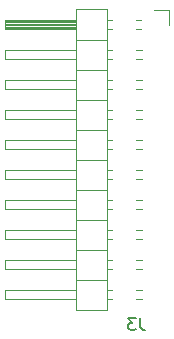
<source format=gbr>
%TF.GenerationSoftware,KiCad,Pcbnew,9.0.1*%
%TF.CreationDate,2025-04-18T18:57:09+02:00*%
%TF.ProjectId,hexapod2_cli,68657861-706f-4643-925f-636c692e6b69,rev?*%
%TF.SameCoordinates,Original*%
%TF.FileFunction,Legend,Bot*%
%TF.FilePolarity,Positive*%
%FSLAX46Y46*%
G04 Gerber Fmt 4.6, Leading zero omitted, Abs format (unit mm)*
G04 Created by KiCad (PCBNEW 9.0.1) date 2025-04-18 18:57:09*
%MOMM*%
%LPD*%
G01*
G04 APERTURE LIST*
%ADD10C,0.150000*%
%ADD11C,0.120000*%
G04 APERTURE END LIST*
D10*
X97107333Y-111976819D02*
X97107333Y-112691104D01*
X97107333Y-112691104D02*
X97154952Y-112833961D01*
X97154952Y-112833961D02*
X97250190Y-112929200D01*
X97250190Y-112929200D02*
X97393047Y-112976819D01*
X97393047Y-112976819D02*
X97488285Y-112976819D01*
X96726380Y-111976819D02*
X96107333Y-111976819D01*
X96107333Y-111976819D02*
X96440666Y-112357771D01*
X96440666Y-112357771D02*
X96297809Y-112357771D01*
X96297809Y-112357771D02*
X96202571Y-112405390D01*
X96202571Y-112405390D02*
X96154952Y-112453009D01*
X96154952Y-112453009D02*
X96107333Y-112548247D01*
X96107333Y-112548247D02*
X96107333Y-112786342D01*
X96107333Y-112786342D02*
X96154952Y-112881580D01*
X96154952Y-112881580D02*
X96202571Y-112929200D01*
X96202571Y-112929200D02*
X96297809Y-112976819D01*
X96297809Y-112976819D02*
X96583523Y-112976819D01*
X96583523Y-112976819D02*
X96678761Y-112929200D01*
X96678761Y-112929200D02*
X96726380Y-112881580D01*
D11*
%TO.C,J3*%
X85658000Y-86742000D02*
X85658000Y-87502000D01*
X85658000Y-87502000D02*
X91658000Y-87502000D01*
X85658000Y-89282000D02*
X85658000Y-90042000D01*
X85658000Y-90042000D02*
X91658000Y-90042000D01*
X85658000Y-91822000D02*
X85658000Y-92582000D01*
X85658000Y-92582000D02*
X91658000Y-92582000D01*
X85658000Y-94362000D02*
X85658000Y-95122000D01*
X85658000Y-95122000D02*
X91658000Y-95122000D01*
X85658000Y-96902000D02*
X85658000Y-97662000D01*
X85658000Y-97662000D02*
X91658000Y-97662000D01*
X85658000Y-99442000D02*
X85658000Y-100202000D01*
X85658000Y-100202000D02*
X91658000Y-100202000D01*
X85658000Y-101982000D02*
X85658000Y-102742000D01*
X85658000Y-102742000D02*
X91658000Y-102742000D01*
X85658000Y-104522000D02*
X85658000Y-105282000D01*
X85658000Y-105282000D02*
X91658000Y-105282000D01*
X85658000Y-107062000D02*
X85658000Y-107822000D01*
X85658000Y-107822000D02*
X91658000Y-107822000D01*
X85658000Y-109602000D02*
X85658000Y-110362000D01*
X85658000Y-110362000D02*
X91658000Y-110362000D01*
X91658000Y-85792000D02*
X94318000Y-85792000D01*
X91658000Y-86742000D02*
X85658000Y-86742000D01*
X91658000Y-86802000D02*
X85658000Y-86802000D01*
X91658000Y-86922000D02*
X85658000Y-86922000D01*
X91658000Y-87042000D02*
X85658000Y-87042000D01*
X91658000Y-87162000D02*
X85658000Y-87162000D01*
X91658000Y-87282000D02*
X85658000Y-87282000D01*
X91658000Y-87402000D02*
X85658000Y-87402000D01*
X91658000Y-89282000D02*
X85658000Y-89282000D01*
X91658000Y-91822000D02*
X85658000Y-91822000D01*
X91658000Y-94362000D02*
X85658000Y-94362000D01*
X91658000Y-96902000D02*
X85658000Y-96902000D01*
X91658000Y-99442000D02*
X85658000Y-99442000D01*
X91658000Y-101982000D02*
X85658000Y-101982000D01*
X91658000Y-104522000D02*
X85658000Y-104522000D01*
X91658000Y-107062000D02*
X85658000Y-107062000D01*
X91658000Y-109602000D02*
X85658000Y-109602000D01*
X91658000Y-111312000D02*
X91658000Y-85792000D01*
X94318000Y-85792000D02*
X94318000Y-111312000D01*
X94318000Y-88392000D02*
X91658000Y-88392000D01*
X94318000Y-90932000D02*
X91658000Y-90932000D01*
X94318000Y-93472000D02*
X91658000Y-93472000D01*
X94318000Y-96012000D02*
X91658000Y-96012000D01*
X94318000Y-98552000D02*
X91658000Y-98552000D01*
X94318000Y-101092000D02*
X91658000Y-101092000D01*
X94318000Y-103632000D02*
X91658000Y-103632000D01*
X94318000Y-106172000D02*
X91658000Y-106172000D01*
X94318000Y-108712000D02*
X91658000Y-108712000D01*
X94318000Y-111312000D02*
X91658000Y-111312000D01*
X94715071Y-86742000D02*
X94318000Y-86742000D01*
X94715071Y-87502000D02*
X94318000Y-87502000D01*
X94715071Y-89282000D02*
X94318000Y-89282000D01*
X94715071Y-90042000D02*
X94318000Y-90042000D01*
X94715071Y-91822000D02*
X94318000Y-91822000D01*
X94715071Y-92582000D02*
X94318000Y-92582000D01*
X94715071Y-94362000D02*
X94318000Y-94362000D01*
X94715071Y-95122000D02*
X94318000Y-95122000D01*
X94715071Y-96902000D02*
X94318000Y-96902000D01*
X94715071Y-97662000D02*
X94318000Y-97662000D01*
X94715071Y-99442000D02*
X94318000Y-99442000D01*
X94715071Y-100202000D02*
X94318000Y-100202000D01*
X94715071Y-101982000D02*
X94318000Y-101982000D01*
X94715071Y-102742000D02*
X94318000Y-102742000D01*
X94715071Y-104522000D02*
X94318000Y-104522000D01*
X94715071Y-105282000D02*
X94318000Y-105282000D01*
X94715071Y-107062000D02*
X94318000Y-107062000D01*
X94715071Y-107822000D02*
X94318000Y-107822000D01*
X94715071Y-109602000D02*
X94318000Y-109602000D01*
X94715071Y-110362000D02*
X94318000Y-110362000D01*
X97188000Y-86742000D02*
X96800929Y-86742000D01*
X97188000Y-87502000D02*
X96800929Y-87502000D01*
X97255071Y-89282000D02*
X96800929Y-89282000D01*
X97255071Y-90042000D02*
X96800929Y-90042000D01*
X97255071Y-91822000D02*
X96800929Y-91822000D01*
X97255071Y-92582000D02*
X96800929Y-92582000D01*
X97255071Y-94362000D02*
X96800929Y-94362000D01*
X97255071Y-95122000D02*
X96800929Y-95122000D01*
X97255071Y-96902000D02*
X96800929Y-96902000D01*
X97255071Y-97662000D02*
X96800929Y-97662000D01*
X97255071Y-99442000D02*
X96800929Y-99442000D01*
X97255071Y-100202000D02*
X96800929Y-100202000D01*
X97255071Y-101982000D02*
X96800929Y-101982000D01*
X97255071Y-102742000D02*
X96800929Y-102742000D01*
X97255071Y-104522000D02*
X96800929Y-104522000D01*
X97255071Y-105282000D02*
X96800929Y-105282000D01*
X97255071Y-107062000D02*
X96800929Y-107062000D01*
X97255071Y-107822000D02*
X96800929Y-107822000D01*
X97255071Y-109602000D02*
X96800929Y-109602000D01*
X97255071Y-110362000D02*
X96800929Y-110362000D01*
X99568000Y-85852000D02*
X98298000Y-85852000D01*
X99568000Y-87122000D02*
X99568000Y-85852000D01*
%TD*%
M02*

</source>
